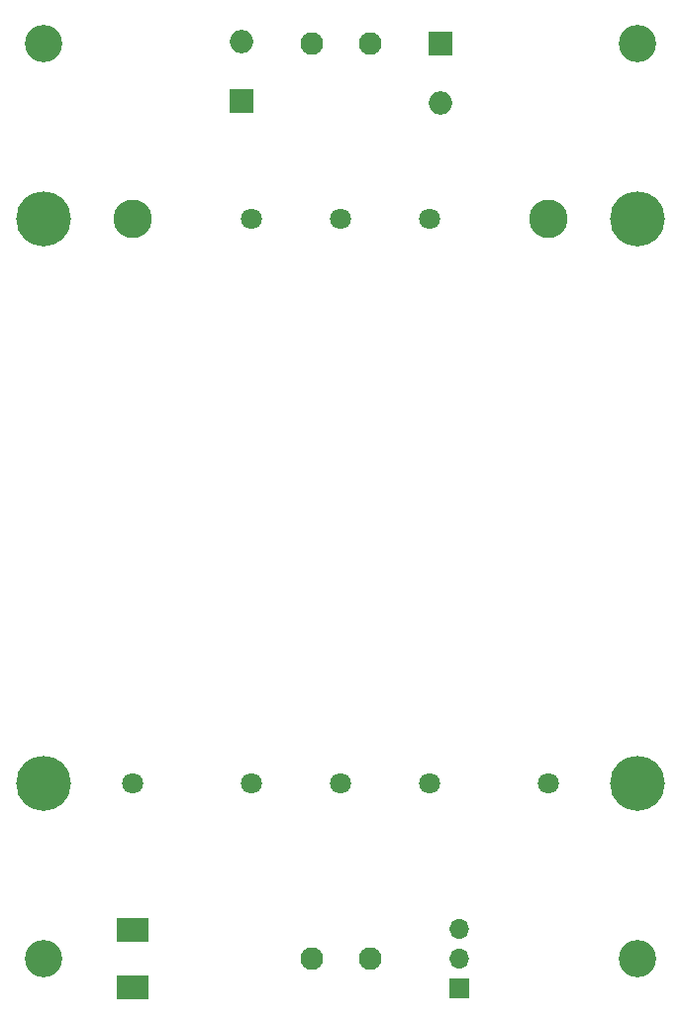
<source format=gbr>
%TF.GenerationSoftware,KiCad,Pcbnew,7.0.1*%
%TF.CreationDate,2023-05-04T12:41:10+02:00*%
%TF.ProjectId,traco_breakout_minimal,74726163-6f5f-4627-9265-616b6f75745f,rev?*%
%TF.SameCoordinates,Original*%
%TF.FileFunction,Soldermask,Top*%
%TF.FilePolarity,Negative*%
%FSLAX46Y46*%
G04 Gerber Fmt 4.6, Leading zero omitted, Abs format (unit mm)*
G04 Created by KiCad (PCBNEW 7.0.1) date 2023-05-04 12:41:10*
%MOMM*%
%LPD*%
G01*
G04 APERTURE LIST*
%ADD10R,1.700000X1.700000*%
%ADD11O,1.700000X1.700000*%
%ADD12C,1.950000*%
%ADD13C,3.200000*%
%ADD14C,1.800000*%
%ADD15C,3.300000*%
%ADD16C,4.700000*%
%ADD17R,2.730000X2.040000*%
%ADD18R,2.000000X2.000000*%
%ADD19O,2.000000X2.000000*%
G04 APERTURE END LIST*
D10*
%TO.C,J2*%
X141160000Y-141690000D03*
D11*
X141160000Y-139150000D03*
X141160000Y-136610000D03*
%TD*%
D12*
%TO.C,J3*%
X128500000Y-60890000D03*
X133500000Y-60890000D03*
%TD*%
D13*
%TO.C,H3*%
X156400000Y-139150000D03*
%TD*%
D12*
%TO.C,J1*%
X133500000Y-139150000D03*
X128500000Y-139150000D03*
%TD*%
D14*
%TO.C,PS1*%
X148780000Y-124150000D03*
X138620000Y-124150000D03*
X123380000Y-124150000D03*
X113220000Y-124150000D03*
D15*
X148780000Y-75890000D03*
D14*
X138620000Y-75890000D03*
X131000000Y-75890000D03*
X123380000Y-75890000D03*
D15*
X113220000Y-75890000D03*
D14*
X131000000Y-124150000D03*
D16*
X156400000Y-124150000D03*
X105600000Y-124150000D03*
X105600000Y-75890000D03*
X156400000Y-75890000D03*
%TD*%
D17*
%TO.C,F1*%
X113220000Y-141640000D03*
X113220000Y-136660000D03*
%TD*%
D13*
%TO.C,H2*%
X156400000Y-60890000D03*
%TD*%
D18*
%TO.C,R1*%
X122500000Y-65800000D03*
D19*
X122500000Y-60720000D03*
%TD*%
D18*
%TO.C,R2*%
X139500000Y-60900000D03*
D19*
X139500000Y-65980000D03*
%TD*%
D13*
%TO.C,H1*%
X105600000Y-139150000D03*
%TD*%
%TO.C,H4*%
X105600000Y-60890000D03*
%TD*%
M02*

</source>
